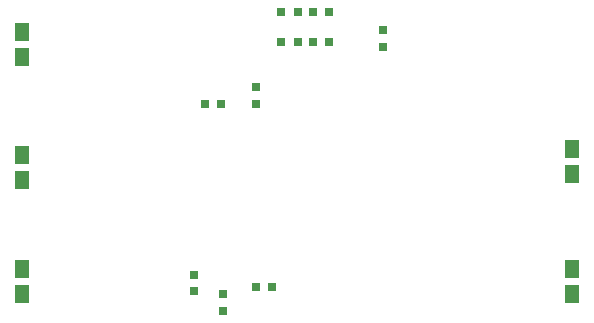
<source format=gbp>
*%FSLAX25Y25*%
*%MOIN*%
G01*
%ADD11C,0.00100*%
%ADD12C,0.00700*%
%ADD13C,0.00733*%
%ADD14C,0.01000*%
%ADD15C,0.01200*%
%ADD16C,0.01500*%
%ADD17C,0.02000*%
%ADD18C,0.03000*%
%ADD19C,0.04000*%
%ADD20C,0.04800*%
%ADD21C,0.05000*%
%ADD22C,0.05800*%
%ADD23C,0.07000*%
%ADD24C,0.08000*%
%ADD25C,0.08800*%
%ADD26C,0.12000*%
%ADD27R,0.00967X0.00967*%
%ADD28R,0.01000X0.01000*%
%ADD29R,0.01386X0.01386*%
%ADD30R,0.01500X0.01500*%
%ADD31R,0.02000X0.02000*%
%ADD32R,0.02000X0.02000*%
%ADD33R,0.02500X0.02500*%
%ADD34R,0.02500X0.02500*%
%ADD35R,0.03000X0.03000*%
%ADD36R,0.03000X0.03000*%
%ADD37R,0.03500X0.03500*%
%ADD38R,0.03500X0.03500*%
%ADD39R,0.03800X0.03800*%
%ADD40R,0.04000X0.04000*%
%ADD41R,0.04000X0.04000*%
%ADD42R,0.04500X0.04500*%
%ADD43R,0.05000X0.05000*%
%ADD44R,0.05000X0.06000*%
%ADD45R,0.05000X0.05000*%
%ADD46R,0.05800X0.06800*%
%ADD47R,0.06000X0.05000*%
%ADD48R,0.06000X0.06000*%
%ADD49R,0.06800X0.05800*%
%ADD50R,0.08500X0.08500*%
%ADD51R,0.09000X0.09000*%
%ADD52R,0.10000X0.10000*%
D35*
X983300Y746000D02*
D03*
X999800Y754000D02*
D03*
X994300D02*
D03*
X977300Y815000D02*
D03*
X1018800Y835500D02*
D03*
X1013300D02*
D03*
X1008300Y845500D02*
D03*
X1002800D02*
D03*
X982800Y815000D02*
D03*
X983300Y751500D02*
D03*
X1008300Y835500D02*
D03*
X1002800D02*
D03*
X1013300Y845500D02*
D03*
X1018800D02*
D03*
X973800Y758000D02*
D03*
Y752500D02*
D03*
X1036800Y834000D02*
D03*
Y839500D02*
D03*
X994300Y815000D02*
D03*
Y820500D02*
D03*
D44*
X916300Y798000D02*
D03*
Y789500D02*
D03*
Y830500D02*
D03*
Y839000D02*
D03*
X1099800Y800000D02*
D03*
Y791500D02*
D03*
Y760000D02*
D03*
Y751500D02*
D03*
X916300Y760000D02*
D03*
Y751500D02*
D03*
M02*

</source>
